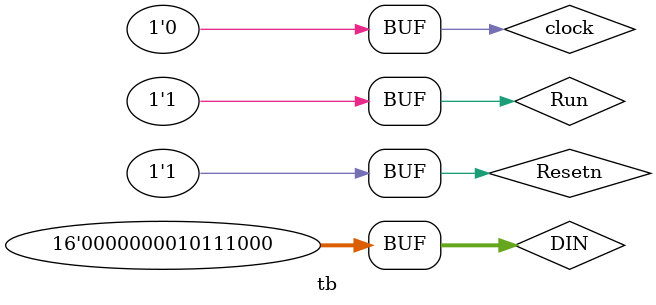
<source format=v>
module lab9(input [9:0]SW,input [3:0]KEY , output [0:0]LEDR ,output [6:0]HEX0);
proc proc_0 (SW[8:0],KEY[2],KEY[3],SW[9],LEDR[0],HEX0);
endmodule


module proc (DIN, Resetn, Clock, Run, Done, BusWires);
	input [15:0] DIN;
	input Resetn, Clock, Run;
	output Done;
	output [15:0] BusWires;
	
	wire [8:0]IR;
	wire [15:0]addSubOut; 
	
	wire [15:0]A,G,R0,R1,R2,R3,R4,R5,R6,R7;
	
	wire [7:0]Rin,Rout;
	wire IRin,Gin,Gout,DINout,Ain,addSub;
	wire [1:0]Tstep_Q;
	wire clear;

	upcount Tstep (Resetn, Clock, Tstep_Q);
	controlUnit cu_0(Run,Resetn,Tstep_Q,IR,IRin,Ain,Gin,DINout,Gout,Rin,Rout,Done,clear,addSub);
	
	regn reg_0 (BusWires, Rin[7], Clock, R0);
	regn reg_1 (BusWires, Rin[6], Clock, R1);
	regn reg_2 (BusWires, Rin[5], Clock, R2);
	regn reg_3 (BusWires, Rin[4], Clock, R3);
	regn reg_4 (BusWires, Rin[3], Clock, R4);
	regn reg_5 (BusWires, Rin[2], Clock, R5);
	regn reg_6 (BusWires, Rin[1], Clock, R6);
	regn reg_7 (BusWires, Rin[0], Clock, R7);
	
	AddSub Addsub_0(addSub,A,BusWires,addSubOut);
	
	regn reg_A (BusWires, Ain, Clock, A);
	regn reg_G (addSubOut, Gin, Clock, G);
	regn#(9) reg_IR (DIN[8:0], IRin, Clock, IR);
	MUX1 mux_0(BusWires,Rout,R0,R1,R2,R3,R4,R5,R6,R7,DINout,DIN,G,Gout);
	
	
endmodule

module controlUnit(Run,Resetn,Tstep_Q,IR,IRin,Ain,Gin,DINout,Gout,Rin,Rout,Done,clear,addSub);
input Run,Resetn;
input [1:0]Tstep_Q;
input [8:0]IR;
output reg IRin,Ain,Gin,DINout,Gout,Done,clear,addSub;
output reg [7:0]Rin,Rout;
wire [2:0]I;

wire [7:0]Xreg,Yreg;

assign I = IR[8:6];
dec3to8 decX (IR[5:3], 1'b1, Xreg);
dec3to8 decY (IR[2:0], 1'b1, Yreg);


always @(*)begin
		case (Tstep_Q)
		2'b00:begin // store DIN in IR in time step 0
		IRin <= 1'b1;
		end
		2'b01: begin //define signals in time step 1
		IRin <= 0;
		case (I)
					3'b000:begin
					Rout <= Yreg;
					Rin <= Xreg;
					Done <= 1;
					Ain <=0;
					Gin <=0;
					DINout <=0;
					Gout <=0;
					addSub <=0;
					end
					3'b001:begin
					DINout <= 1;
					Rin <=Xreg;
					Done <= 1;
					Rout <=8'b0;
					Ain <=0;
					Gin <=0;
					Gout <=0;
					addSub <=0;
					end
					3'b010:begin
					Ain <= 1 ; 
					Rout <=Xreg;
					Done <= 0;
					DINout <= 0;
					Rin <=8'b0;
					Gin <=0;
					Gout <=0;
					addSub <=0;
					end
					3'b011:begin
					Ain <= 1 ; 
					Rout <=Xreg;
					Done <= 0;
					DINout <= 0;
					Rin <=8'b0;
					Gin <=0;
					Gout <=0;
					addSub <=0;
					end
					default:begin 
					Ain <= 0 ; 
					Rout <=8'b0;
					Done <= 0;
					DINout <= 0;
					Rin <=8'b0;
					Gin <=0;
					Gout <=0;
					addSub <=0;
					end
		endcase
		end
		2'b10: begin //define signals in time step 2
		IRin <= 0;
		case (I)
					3'b000: begin 
					Ain <= 0 ; 
					Rout <=8'b0;
					Done <= 0;
					DINout <= 0;
					Rin <=8'b0;
					Gin <=0;
					Gout <=0;
					addSub <=0;
					end
					3'b001: begin 
					Ain <= 0 ; 
					Rout <=8'b0;
					Done <= 0;
					DINout <= 0;
					Rin <=8'b0;
					Gin <=0;
					Gout <=0;
					addSub <=0;
					end
					3'b010: begin
					Gin <=1;
					addSub<=1;
					Done <= 0;
					Ain <= 0 ; 
					Rout <=Yreg;
					DINout <= 0;
					Rin <=8'b0;
					Gout <=0;
					end
					3'b011: begin
					Gin <=1;
					addSub<=0;
					Done <= 0;
					Ain <= 0 ; 
					Rout <=Yreg;
					DINout <= 0;
					Rin <=8'b0;
					Gout <=0;
					end
					default:begin 
					Ain <= 0 ; 
					Rout <=8'b0;
					Done <= 0;
					DINout <= 0;
					Rin <=8'b0;
					Gin <=0;
					Gout <=0;
					addSub <=0;
					end
		endcase
		end
		2'b11: begin //define signals in time step 3
		IRin <= 0;
		case (I)
					3'b000: begin 
					Ain <= 0 ; 
					Rout <=8'b0;
					Done <= 0;
					DINout <= 0;
					Rin <=8'b0;
					Gin <=0;
					Gout <=0;
					addSub <=0;
					end
					3'b001: begin 
					Ain <= 0 ; 
					Rout <=8'b0;
					Done <= 0;
					DINout <= 0;
					Rin <=8'b0;
					Gin <=0;
					Gout <=0;
					addSub <=0;
					end
					3'b010: begin
					Gout <=1;
					Rin<= Xreg;
					Done <=1;
					Ain <= 0 ; 
					Rout <=8'b0;
					DINout <= 0;
					Gin <=0;
					addSub <=0;
					end	
					3'b011: begin
					Gout <=1;
					Rin<= Xreg;
					Done <=1;
					Ain <= 0 ; 
					Rout <=8'b0;
					DINout <= 0;
					Gin <=0;
					addSub <=0;
					end
					default:begin 
					Ain <= 0 ; 
					Rout <=8'b0;
					Done <= 0;
					DINout <= 0;
					Rin <=8'b0;
					Gin <=0;
					Gout <=0;
					addSub <=0;
					end
		endcase
		end
		default:begin
					Ain <= 0 ; 
					Rout <=8'b0;
					Done <= 0;
					DINout <= 0;
					Rin <=8'b0;
					Gin <=0;
					Gout <=0;
					addSub <=0;
		end
		endcase
	
end
endmodule



module MUX1(BusWires,Rout,R0,R1,R2,R3,R4,R5,R6,R7,DINout,DIN,G,Gout);
output reg [15:0]BusWires;
input [15:0]R0,R1,R2,R3,R4,R5,R6,R7,DIN,G;
input [7:0]Rout;
input DINout,Gout;

always@(*)begin
case(Rout)
	8'b10000000: BusWires <=R0;
	8'b01000000: BusWires <=R1;
	8'b00100000: BusWires <=R2;
	8'b00010000: BusWires <=R3;
	8'b00001000: BusWires <=R4;
	8'b00000100: BusWires <=R5;
	8'b00000010: BusWires <=R6;
	8'b00000001: BusWires <=R7;
	default: BusWires <= 16'b0;
	endcase
if(DINout)begin
BusWires <=DIN;
end
else if(Gout)begin
BusWires <=G;
end
else BusWires <= 16'b0;
end
endmodule



module upcount(Clear, Clock, Q);
	input Clear, Clock;
	output reg [1:0]Q;
	always @(posedge Clock or negedge Clear)begin
		if (~Clear)begin
			Q <= 2'b0;
			end
		else begin
			Q <= Q+2'b1;
			end
	end
endmodule


module dec3to8(W, En, Y);
	input [2:0]W;
	input En;
	output [0:7] Y;
	reg [0:7] Y;
	always@(W or En)
	begin
		if (En == 1)
			case (W)
			3'b000: Y = 8'b10000000;
			3'b001: Y = 8'b01000000;
			3'b010: Y = 8'b00100000;
			3'b011: Y = 8'b00010000;
			3'b100: Y = 8'b00001000;
			3'b101: Y = 8'b00000100;
			3'b110: Y = 8'b00000010;
			3'b111: Y = 8'b00000001;
			endcase
		else
		Y = 8'b00000000;
	end
endmodule

module regn(R, Rin, Clock, Q);
	parameter n = 16;
	input [n-1:0] R;
	input Rin, Clock;
	output [n-1:0] Q;
	reg [n-1:0] Q;
	always @(posedge Clock)
		if (Rin)
			Q <= R;
endmodule

module AddSub(select,in1,in2,out);
parameter width = 16;
input select;
input [width-1:0] in1;
input [width-1:0] in2;
output reg [width-1:0] out;

always@(*)begin
	if(select)begin
	out = in1 + in2;
	end
	else begin
	out = in1 - in2;
	end
end



endmodule

module sevSegDec(input [3:0]bcd,output reg [6:0] seg);
	always@(bcd) begin
		case (bcd) //case statement
					0 : seg = 7'b1000000;
					1 : seg = 7'b1111001;
					2 : seg = 7'b0100100;
					3 : seg = 7'b0110000;
					4 : seg = 7'b0011001;
					5 : seg = 7'b0010010;
					6 : seg = 7'b0000010;
					7 : seg = 7'b1111000;
					8 : seg = 7'b0000000;
					9 : seg = 7'b0011000;
					default : seg = 7'b1111111; 
		endcase
	end
endmodule



module tb;
 reg [15:0]DIN;
 reg Resetn;
 reg clock;
 reg Run;
 wire Done;
 wire BusWires;
proc proc_1 (DIN, Resetn, clock, Run, Done, BusWires);
//upcount cont (Resetn,clock,Q);
initial begin
	$dumpfile("test.vcd");
	$dumpvars(0, tb);
	#1 DIN = 16'b010111000;Run = 1;Resetn=0;
	#1 clock = 1;Resetn=1;
	#1 clock = 0;
	#1 clock = 1;
	#1 clock = 0;
	#1 clock = 1;
	#1 clock = 0;
	#1 clock = 1;
	#1 clock = 0;
end
endmodule





</source>
